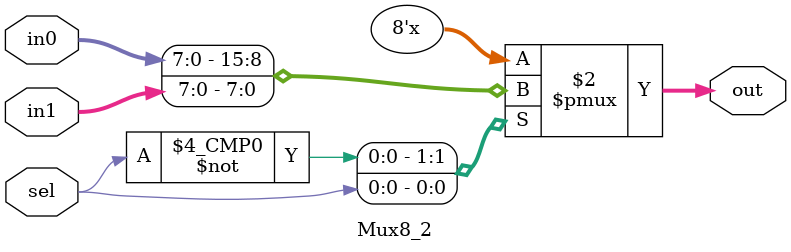
<source format=sv>
module Mux8_2 (input logic [7:0] in0, in1,
               input logic sel,
               output logic [7:0] out);

always_comb
    case (sel)
        0:  out = in0;
        1:  out = in1;
    endcase

endmodule: Mux8_2
</source>
